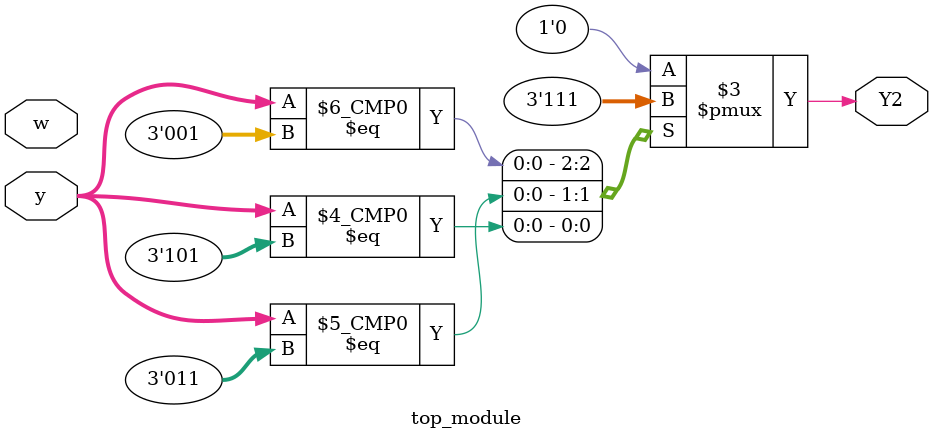
<source format=sv>
module top_module(
	input [3:1] y,
	input w,
	output reg Y2);

	always @*
	begin
		case(y)
			3'b000: Y2 = 1'b0;
			3'b001: Y2 = 1'b1;
			3'b010: Y2 = 1'b0;
			3'b011: Y2 = 1'b1;
			3'b100: Y2 = 1'b0;
			3'b101: Y2 = 1'b1;
			default: Y2 = 1'b0;
		endcase
	end
	
endmodule

</source>
